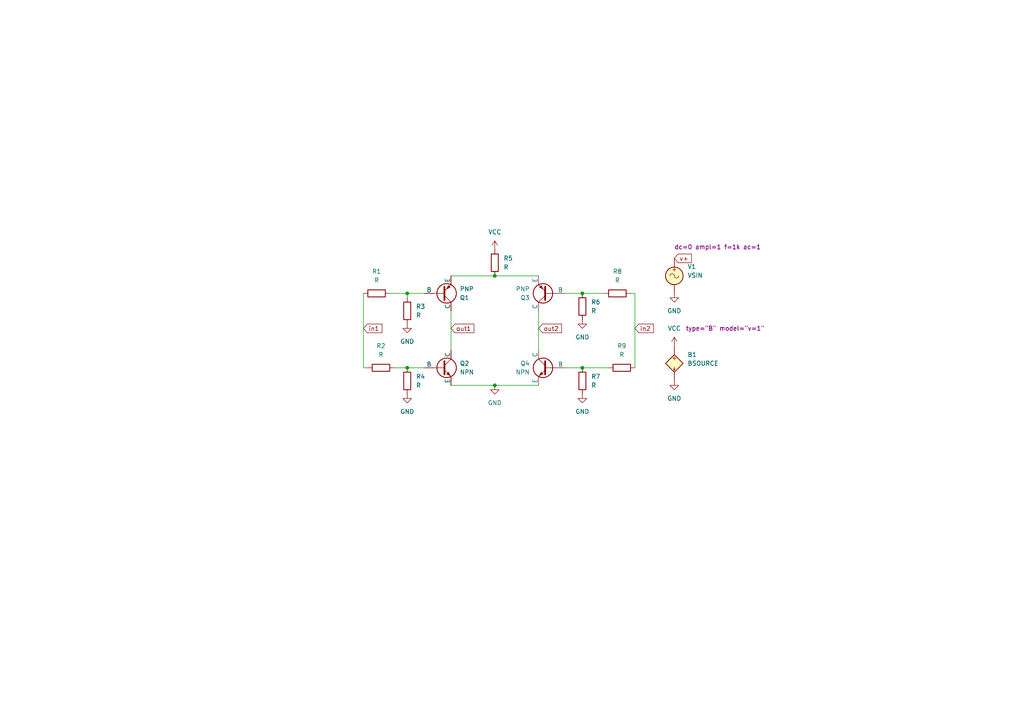
<source format=kicad_sch>
(kicad_sch (version 20250114) (generator "eeschema") (generator_version "9.0")
  (paper "A4")
  (lib_symbols
    (symbol "Device:R" (pin_numbers (hide yes)) (pin_names (offset 0))
      (property "Reference" "R" (at 2.032 0 90))
      (property "Value" "R" (at 0 0 90))
      (symbol "R_0_1"
        (rectangle (start -1.016 -2.54) (end 1.016 2.54) (stroke (width 0.254)))
      )
      (symbol "R_1_1"
        (pin passive line (at 0 3.81 270) (length 1.27) (name "~") (number "1"))
        (pin passive line (at 0 -3.81 90) (length 1.27) (name "~") (number "2"))
      )
    )
    (symbol "Simulation_SPICE:BSOURCE" (pin_numbers (hide yes)) (pin_names (offset 1.016) (hide yes))
      (property "Reference" "B" (at 2.54 2.54 0))
      (property "Value" "BSOURCE" (at 2.54 0 0))
      (property "Sim.Params" "type=\"B\" model=\"v=1\"" (at 2.54 -2.54 0))
      (symbol "BSOURCE_0_1"
        (polyline (pts (xy 0 2.54) (xy -2.54 0) (xy 0 -2.54) (xy 2.54 0) (xy 0 2.54)) (stroke (width 0.254)) (fill (type background)))
        (polyline (pts (xy 0 -1.016) (xy 0 -2.032)))
        (polyline (pts (xy 0.254 -1.524) (xy 0 -2.032) (xy -0.254 -1.524)))
      )
      (symbol "BSOURCE_1_1"
        (polyline (pts (xy -0.508 1.524) (xy 0.508 1.524)))
        (polyline (pts (xy 0 1.016) (xy 0 2.032)))
        (pin passive line (at 0 5.08 270) (length 2.54) (name "N+") (number "1"))
        (pin passive line (at 0 -5.08 90) (length 2.54) (name "N-") (number "2"))
      )
    )
    (symbol "Simulation_SPICE:NPN" (pin_numbers (hide yes)) (pin_names (offset 0))
      (property "Reference" "Q" (at -2.54 7.62 0))
      (property "Value" "NPN" (at -2.54 5.08 0))
      (symbol "NPN_0_1"
        (polyline (pts (xy -2.54 0) (xy 0.635 0)) (stroke (width 0.1524)))
        (polyline (pts (xy 0.635 1.905) (xy 0.635 -1.905) (xy 0.635 -1.905)) (stroke (width 0.508)))
        (polyline (pts (xy 0.635 0.635) (xy 2.54 2.54)))
        (polyline (pts (xy 0.635 -0.635) (xy 2.54 -2.54) (xy 2.54 -2.54)))
        (circle (center 1.27 0) (radius 2.8194) (stroke (width 0.254)))
        (polyline (pts (xy 1.27 -1.778) (xy 1.778 -1.27) (xy 2.286 -2.286) (xy 1.27 -1.778) (xy 1.27 -1.778)) (fill (type outline)))
        (polyline (pts (xy 2.794 -1.27) (xy 2.794 -1.27)) (stroke (width 0.1524)))
        (polyline (pts (xy 2.794 -1.27) (xy 2.794 -1.27)) (stroke (width 0.1524)))
      )
      (symbol "NPN_1_1"
        (pin input line (at -5.08 0 0) (length 2.54) (name "B") (number "2"))
        (pin open_collector line (at 2.54 5.08 270) (length 2.54) (name "C") (number "1"))
        (pin open_emitter line (at 2.54 -5.08 90) (length 2.54) (name "E") (number "3"))
      )
    )
    (symbol "Simulation_SPICE:PNP" (pin_numbers (hide yes)) (pin_names (offset 0))
      (property "Reference" "Q" (at -2.54 7.62 0))
      (property "Value" "PNP" (at -2.54 5.08 0))
      (symbol "PNP_0_1"
        (polyline (pts (xy -2.54 0) (xy 0.635 0)) (stroke (width 0.1524)))
        (polyline (pts (xy 0.635 1.905) (xy 0.635 -1.905) (xy 0.635 -1.905)) (stroke (width 0.508)))
        (polyline (pts (xy 0.635 0.635) (xy 2.54 2.54)))
        (polyline (pts (xy 0.635 -0.635) (xy 2.54 -2.54) (xy 2.54 -2.54)))
        (circle (center 1.27 0) (radius 2.8194) (stroke (width 0.254)))
        (polyline (pts (xy 2.286 -1.778) (xy 1.778 -2.286) (xy 1.27 -1.27) (xy 2.286 -1.778) (xy 2.286 -1.778)) (fill (type outline)))
      )
      (symbol "PNP_1_1"
        (pin input line (at -5.08 0 0) (length 2.54) (name "B") (number "2"))
        (pin open_collector line (at 2.54 5.08 270) (length 2.54) (name "C") (number "1"))
        (pin open_emitter line (at 2.54 -5.08 90) (length 2.54) (name "E") (number "3"))
      )
    )
    (symbol "Simulation_SPICE:VSIN" (pin_numbers (hide yes)) (pin_names (offset 0.0254))
      (property "Reference" "V" (at 2.54 2.54 0))
      (property "Value" "VSIN" (at 2.54 0 0))
      (property "Sim.Params" "dc=0 ampl=1 f=1k ac=1" (at 2.54 -2.54 0))
      (symbol "VSIN_0_0"
        (arc (start -1.27 0) (mid -0.635 0.6323) (end 0 0))
        (arc (start 1.27 0) (mid 0.635 -0.6323) (end 0 0))
        (text "+" (at 0 1.905 0) (effects (font (size 1.27 1.27))))
      )
      (symbol "VSIN_0_1"
        (circle (center 0 0) (radius 2.54) (stroke (width 0.254)) (fill (type background)))
      )
      (symbol "VSIN_1_1"
        (pin passive line (at 0 5.08 270) (length 2.54) (name "~") (number "1"))
        (pin passive line (at 0 -5.08 90) (length 2.54) (name "~") (number "2"))
      )
    )
    (symbol "power:GND" (power) (pin_numbers (hide yes)) (pin_names (offset 0) (hide yes))
      (property "Value" "GND" (at 0 -3.81 0))
      (symbol "GND_0_1"
        (polyline (pts (xy 0 0) (xy 0 -1.27) (xy 1.27 -1.27) (xy 0 -2.54) (xy -1.27 -1.27) (xy 0 -1.27)))
      )
      (symbol "GND_1_1"
        (pin power_in line (at 0 0 270) (length 0) (name "~") (number "1"))
      )
    )
    (symbol "power:VCC" (power) (pin_numbers (hide yes)) (pin_names (offset 0) (hide yes))
      (property "Value" "VCC" (at 0 3.556 0))
      (symbol "VCC_0_1"
        (polyline (pts (xy -0.762 1.27) (xy 0 2.54)))
        (polyline (pts (xy 0 2.54) (xy 0.762 1.27)))
        (polyline (pts (xy 0 0) (xy 0 2.54)))
      )
      (symbol "VCC_1_1"
        (pin power_in line (at 0 0 90) (length 0) (name "~") (number "1"))
      )
    )
  )
  (junction (at 143.51 80.01))
  (junction (at 143.51 111.76))
  (junction (at 118.11 85.09))
  (junction (at 168.91 106.68))
  (junction (at 118.11 106.68))
  (junction (at 168.91 85.09))
  (wire (pts (xy 105.41 85.09) (xy 105.41 106.68)))
  (wire (pts (xy 118.11 86.36) (xy 118.11 85.09)))
  (wire (pts (xy 105.41 106.68) (xy 106.68 106.68)))
  (wire (pts (xy 176.53 106.68) (xy 168.91 106.68)))
  (wire (pts (xy 184.15 85.09) (xy 184.15 106.68)))
  (wire (pts (xy 168.91 106.68) (xy 163.83 106.68)))
  (wire (pts (xy 113.03 85.09) (xy 118.11 85.09)))
  (wire (pts (xy 182.88 85.09) (xy 184.15 85.09)))
  (wire (pts (xy 168.91 85.09) (xy 163.83 85.09)))
  (wire (pts (xy 114.3 106.68) (xy 118.11 106.68)))
  (wire (pts (xy 156.21 90.17) (xy 156.21 101.6)))
  (wire (pts (xy 118.11 106.68) (xy 123.19 106.68)))
  (wire (pts (xy 130.81 111.76) (xy 143.51 111.76)))
  (wire (pts (xy 143.51 80.01) (xy 156.21 80.01)))
  (wire (pts (xy 130.81 80.01) (xy 143.51 80.01)))
  (wire (pts (xy 130.81 90.17) (xy 130.81 101.6)))
  (wire (pts (xy 118.11 85.09) (xy 123.19 85.09)))
  (wire (pts (xy 143.51 111.76) (xy 156.21 111.76)))
  (wire (pts (xy 175.26 85.09) (xy 168.91 85.09)))
  (global_label "in1" (shape input) (at 105.41 95.25 0) (property "Intersheetrefs" "${INTERSHEET_REFS}" (effects (hide yes))))
  (global_label "out2" (shape input) (at 156.21 95.25 0) (property "Intersheetrefs" "${INTERSHEET_REFS}" (effects (hide yes))))
  (global_label "out1" (shape input) (at 130.81 95.25 0) (property "Intersheetrefs" "${INTERSHEET_REFS}" (effects (hide yes))))
  (global_label "v+" (shape input) (at 195.58 74.93 0) (property "Intersheetrefs" "${INTERSHEET_REFS}" (effects (hide yes))))
  (global_label "in2" (shape input) (at 184.15 95.25 0) (property "Intersheetrefs" "${INTERSHEET_REFS}" (effects (hide yes))))
  (symbol (lib_id "power:GND") (at 168.91 92.71 0) (unit 1)
    (property "Reference" "#PWR02" (effects (hide yes)))
    (property "Value" "GND" (at 168.91 97.79 0))
    (property "Description" "Power symbol creates a global label with name \"GND\" , ground" (effects (hide yes)))
  )
  (symbol (lib_id "Device:R") (at 168.91 88.9 0) (unit 1)
    (property "Reference" "R6" (at 171.45 87.6299 0) (effects (justify left)))
    (property "Value" "R" (at 171.45 90.1699 0) (effects (justify left)))
    (property "Description" "Resistor" (effects (hide yes)))
  )
  (symbol (lib_id "power:VCC") (at 195.58 100.33 0) (unit 1)
    (property "Reference" "#PWR09" (effects (hide yes)))
    (property "Value" "VCC" (at 195.58 95.25 0))
    (property "Description" "Power symbol creates a global label with name \"VCC\"" (effects (hide yes)))
  )
  (symbol (lib_id "power:GND") (at 195.58 85.09 0) (unit 1)
    (property "Reference" "#PWR08" (effects (hide yes)))
    (property "Value" "GND" (at 195.58 90.17 0))
    (property "Description" "Power symbol creates a global label with name \"GND\" , ground" (effects (hide yes)))
  )
  (symbol (lib_id "Device:R") (at 168.91 110.49 0) (unit 1)
    (property "Reference" "R7" (at 171.45 109.2199 0) (effects (justify left)))
    (property "Value" "R" (at 171.45 111.7599 0) (effects (justify left)))
    (property "Description" "Resistor" (effects (hide yes)))
  )
  (symbol (lib_id "Simulation_SPICE:PNP") (at 158.75 85.09 180) (unit 1)
    (property "Reference" "Q3" (at 153.67 86.3601 0) (effects (justify left)))
    (property "Value" "PNP" (at 153.67 83.8201 0) (effects (justify left)))
    (property "Datasheet" "https://ngspice.sourceforge.io/docs/ngspice-html-manual/manual.xhtml#cha_BJTs" (effects (hide yes)))
    (property "Description" "Bipolar transistor symbol for simulation only, substrate tied to the emitter" (effects (hide yes)))
    (property "Sim.Device" "PNP" (effects (hide yes)))
    (property "Sim.Type" "GUMMELPOON" (effects (hide yes)))
    (property "Sim.Pins" "1=C 2=B 3=E" (effects (hide yes)))
  )
  (symbol (lib_id "Device:R") (at 179.07 85.09 90) (unit 1)
    (property "Reference" "R8" (at 179.07 78.74 90))
    (property "Value" "R" (at 179.07 81.28 90))
    (property "Description" "Resistor" (effects (hide yes)))
  )
  (symbol (lib_id "Simulation_SPICE:BSOURCE") (at 195.58 105.41 0) (unit 1)
    (property "Reference" "B1" (at 199.39 102.8699 0) (effects (justify left)))
    (property "Value" "BSOURCE" (at 199.39 105.4099 0) (effects (justify left)))
    (property "Datasheet" "https://ngspice.sourceforge.io/docs/ngspice-html-manual/manual.xhtml#sec_Non_linear_Dependent_Sources" (effects (hide yes)))
    (property "Description" "Arbitrary behavioral voltage or current source for simulation only" (effects (hide yes)))
    (property "Sim.Device" "SPICE" (effects (hide yes)))
    (property "Sim.Params" "type=\"B\" model=\"v=1\"" (at 198.882 95.25 0) (effects (justify left)))
  )
  (symbol (lib_id "Device:R") (at 180.34 106.68 90) (unit 1)
    (property "Reference" "R9" (at 180.34 100.33 90))
    (property "Value" "R" (at 180.34 102.87 90))
    (property "Description" "Resistor" (effects (hide yes)))
  )
  (symbol (lib_id "Simulation_SPICE:PNP") (at 128.27 85.09 0) (mirror x) (unit 1)
    (property "Reference" "Q1" (at 133.35 86.3601 0) (effects (justify left)))
    (property "Value" "PNP" (at 133.35 83.8201 0) (effects (justify left)))
    (property "Datasheet" "https://ngspice.sourceforge.io/docs/ngspice-html-manual/manual.xhtml#cha_BJTs" (effects (hide yes)))
    (property "Description" "Bipolar transistor symbol for simulation only, substrate tied to the emitter" (effects (hide yes)))
    (property "Sim.Device" "PNP" (effects (hide yes)))
    (property "Sim.Type" "GUMMELPOON" (effects (hide yes)))
    (property "Sim.Pins" "1=C 2=B 3=E" (effects (hide yes)))
  )
  (symbol (lib_id "Device:R") (at 143.51 76.2 0) (unit 1)
    (property "Reference" "R5" (at 146.05 74.9299 0) (effects (justify left)))
    (property "Value" "R" (at 146.05 77.4699 0) (effects (justify left)))
    (property "Description" "Resistor" (effects (hide yes)))
  )
  (symbol (lib_id "Device:R") (at 109.22 85.09 90) (unit 1)
    (property "Reference" "R1" (at 109.22 78.74 90))
    (property "Value" "R" (at 109.22 81.28 90))
    (property "Description" "Resistor" (effects (hide yes)))
  )
  (symbol (lib_id "Simulation_SPICE:VSIN") (at 195.58 80.01 0) (unit 1)
    (property "Reference" "V1" (at 199.39 77.3401 0) (effects (justify left)))
    (property "Value" "VSIN" (at 199.39 79.8801 0) (effects (justify left)))
    (property "Datasheet" "https://ngspice.sourceforge.io/docs/ngspice-html-manual/manual.xhtml#sec_Independent_Sources_for" (effects (hide yes)))
    (property "Description" "Voltage source, sinusoidal" (effects (hide yes)))
    (property "Sim.Pins" "1=+ 2=-" (effects (hide yes)))
    (property "Sim.Params" "dc=0 ampl=1 f=1k ac=1" (at 195.58 71.628 0) (effects (justify left)))
    (property "Sim.Type" "SIN" (effects (hide yes)))
    (property "Sim.Device" "V" (effects (hide yes)))
  )
  (symbol (lib_id "power:VCC") (at 143.51 72.39 0) (unit 1)
    (property "Reference" "#PWR03" (effects (hide yes)))
    (property "Value" "VCC" (at 143.51 67.31 0))
    (property "Description" "Power symbol creates a global label with name \"VCC\"" (effects (hide yes)))
  )
  (symbol (lib_id "Simulation_SPICE:NPN") (at 128.27 106.68 0) (unit 1)
    (property "Reference" "Q2" (at 133.35 105.4099 0) (effects (justify left)))
    (property "Value" "NPN" (at 133.35 107.9499 0) (effects (justify left)))
    (property "Datasheet" "https://ngspice.sourceforge.io/docs/ngspice-html-manual/manual.xhtml#cha_BJTs" (effects (hide yes)))
    (property "Description" "Bipolar transistor symbol for simulation only, substrate tied to the emitter" (effects (hide yes)))
    (property "Sim.Device" "NPN" (effects (hide yes)))
    (property "Sim.Type" "GUMMELPOON" (effects (hide yes)))
    (property "Sim.Pins" "1=C 2=B 3=E" (effects (hide yes)))
  )
  (symbol (lib_id "power:GND") (at 168.91 114.3 0) (unit 1)
    (property "Reference" "#PWR06" (effects (hide yes)))
    (property "Value" "GND" (at 168.91 119.38 0))
    (property "Description" "Power symbol creates a global label with name \"GND\" , ground" (effects (hide yes)))
  )
  (symbol (lib_id "power:GND") (at 118.11 93.98 0) (unit 1)
    (property "Reference" "#PWR01" (effects (hide yes)))
    (property "Value" "GND" (at 118.11 99.06 0))
    (property "Description" "Power symbol creates a global label with name \"GND\" , ground" (effects (hide yes)))
  )
  (symbol (lib_id "Device:R") (at 110.49 106.68 90) (unit 1)
    (property "Reference" "R2" (at 110.49 100.33 90))
    (property "Value" "R" (at 110.49 102.87 90))
    (property "Description" "Resistor" (effects (hide yes)))
  )
  (symbol (lib_id "Device:R") (at 118.11 110.49 0) (unit 1)
    (property "Reference" "R4" (at 120.65 109.2199 0) (effects (justify left)))
    (property "Value" "R" (at 120.65 111.7599 0) (effects (justify left)))
    (property "Description" "Resistor" (effects (hide yes)))
  )
  (symbol (lib_id "power:GND") (at 118.11 114.3 0) (unit 1)
    (property "Reference" "#PWR04" (effects (hide yes)))
    (property "Value" "GND" (at 118.11 119.38 0))
    (property "Description" "Power symbol creates a global label with name \"GND\" , ground" (effects (hide yes)))
  )
  (symbol (lib_id "power:GND") (at 195.58 110.49 0) (unit 1)
    (property "Reference" "#PWR07" (effects (hide yes)))
    (property "Value" "GND" (at 195.58 115.57 0))
    (property "Description" "Power symbol creates a global label with name \"GND\" , ground" (effects (hide yes)))
  )
  (symbol (lib_id "power:GND") (at 143.51 111.76 0) (unit 1)
    (property "Reference" "#PWR05" (effects (hide yes)))
    (property "Value" "GND" (at 143.51 116.84 0))
    (property "Description" "Power symbol creates a global label with name \"GND\" , ground" (effects (hide yes)))
  )
  (symbol (lib_id "Device:R") (at 118.11 90.17 0) (unit 1)
    (property "Reference" "R3" (at 120.65 88.8999 0) (effects (justify left)))
    (property "Value" "R" (at 120.65 91.4399 0) (effects (justify left)))
    (property "Description" "Resistor" (effects (hide yes)))
  )
  (symbol (lib_id "Simulation_SPICE:NPN") (at 158.75 106.68 0) (mirror y) (unit 1)
    (property "Reference" "Q4" (at 153.67 105.4099 0) (effects (justify left)))
    (property "Value" "NPN" (at 153.67 107.9499 0) (effects (justify left)))
    (property "Datasheet" "https://ngspice.sourceforge.io/docs/ngspice-html-manual/manual.xhtml#cha_BJTs" (effects (hide yes)))
    (property "Description" "Bipolar transistor symbol for simulation only, substrate tied to the emitter" (effects (hide yes)))
    (property "Sim.Device" "NPN" (effects (hide yes)))
    (property "Sim.Type" "GUMMELPOON" (effects (hide yes)))
    (property "Sim.Pins" "1=C 2=B 3=E" (effects (hide yes)))
  )
)
</source>
